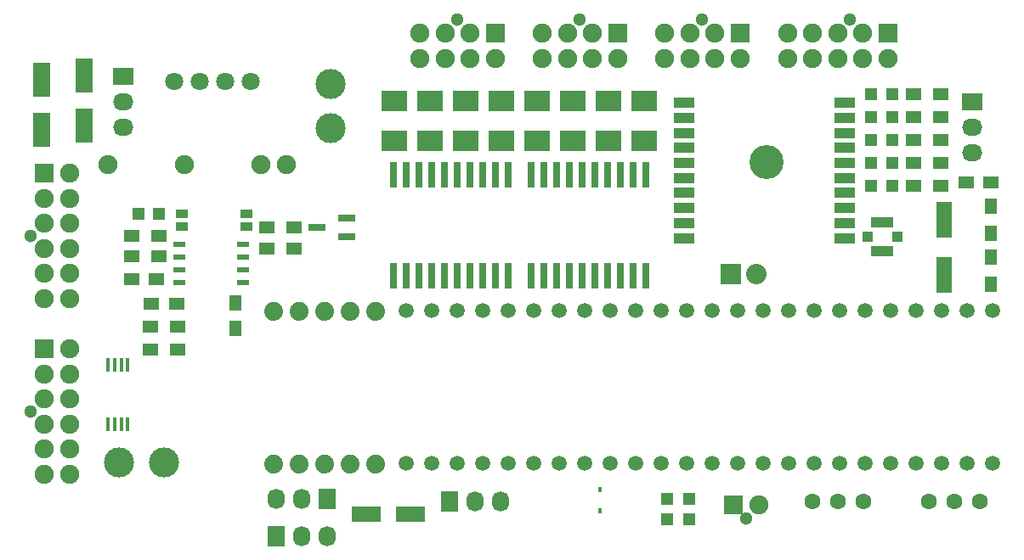
<source format=gts>
G04 #@! TF.FileFunction,Soldermask,Top*
%FSLAX46Y46*%
G04 Gerber Fmt 4.6, Leading zero omitted, Abs format (unit mm)*
G04 Created by KiCad (PCBNEW 4.0.6) date 06/03/17 00:39:33*
%MOMM*%
%LPD*%
G01*
G04 APERTURE LIST*
%ADD10C,0.100000*%
%ADD11C,1.800000*%
%ADD12R,1.500000X1.300000*%
%ADD13C,3.401060*%
%ADD14R,1.998980X1.000760*%
%ADD15O,2.032000X2.032000*%
%ADD16R,2.032000X2.032000*%
%ADD17C,1.500000*%
%ADD18R,1.198880X1.198880*%
%ADD19C,1.600000*%
%ADD20R,2.999740X1.600200*%
%ADD21R,1.600200X3.599180*%
%ADD22R,1.500000X1.250000*%
%ADD23R,1.250000X1.500000*%
%ADD24R,0.450000X0.590000*%
%ADD25R,2.500000X2.000000*%
%ADD26O,1.727200X2.032000*%
%ADD27R,1.727200X2.032000*%
%ADD28O,2.032000X1.727200*%
%ADD29R,2.032000X1.727200*%
%ADD30R,1.800860X0.800100*%
%ADD31R,1.300000X1.500000*%
%ADD32R,0.650000X2.500000*%
%ADD33C,1.879600*%
%ADD34R,1.051560X1.000760*%
%ADD35R,1.000760X1.000760*%
%ADD36R,2.199640X1.099820*%
%ADD37R,1.143000X0.508000*%
%ADD38R,1.200000X0.900000*%
%ADD39C,1.900000*%
%ADD40R,0.450000X1.450000*%
%ADD41R,1.800860X3.500120*%
%ADD42C,2.999740*%
%ADD43R,1.900000X1.900000*%
%ADD44C,1.300000*%
G04 APERTURE END LIST*
D10*
D11*
X55689500Y-81280000D03*
X58229500Y-81280000D03*
X60769500Y-81280000D03*
X63309500Y-81280000D03*
D12*
X55976500Y-105727500D03*
X53276500Y-105727500D03*
D13*
X114627660Y-89357200D03*
D14*
X122428000Y-84907120D03*
X122428000Y-86408260D03*
X122428000Y-87906860D03*
X122428000Y-89408000D03*
X122428000Y-90906600D03*
X122428000Y-92407740D03*
X122428000Y-93906340D03*
X122428000Y-95407480D03*
X122428000Y-96906080D03*
X122428000Y-83408520D03*
X106426000Y-96906080D03*
X106426000Y-95407480D03*
X106426000Y-93906340D03*
X106426000Y-92407740D03*
X106426000Y-90906600D03*
X106426000Y-89408000D03*
X106426000Y-87906860D03*
X106426000Y-86408260D03*
X106426000Y-84907120D03*
X106426000Y-83408520D03*
D15*
X113665000Y-100457000D03*
D16*
X111125000Y-100457000D03*
D17*
X78740000Y-104140000D03*
X78740000Y-119380000D03*
X81280000Y-104140000D03*
X81280000Y-119380000D03*
X83820000Y-104140000D03*
X83820000Y-119380000D03*
X86360000Y-104140000D03*
X86360000Y-119380000D03*
X88900000Y-104140000D03*
X88900000Y-119380000D03*
X91440000Y-104140000D03*
X91440000Y-119380000D03*
X93980000Y-104140000D03*
X93980000Y-119380000D03*
X96520000Y-104140000D03*
X96520000Y-119380000D03*
X99060000Y-104140000D03*
X99060000Y-119380000D03*
X101600000Y-104140000D03*
X101600000Y-119380000D03*
X104140000Y-104140000D03*
X104140000Y-119380000D03*
X106680000Y-104140000D03*
X106680000Y-119380000D03*
X109220000Y-104140000D03*
X109220000Y-119380000D03*
X111760000Y-104140000D03*
X111760000Y-119380000D03*
X114300000Y-104140000D03*
X114300000Y-119380000D03*
X116840000Y-104140000D03*
X116840000Y-119380000D03*
X119380000Y-104140000D03*
X119380000Y-119380000D03*
X121920000Y-104140000D03*
X121920000Y-119380000D03*
X124460000Y-104140000D03*
X124460000Y-119380000D03*
X127000000Y-104140000D03*
X127000000Y-119380000D03*
X129540000Y-104140000D03*
X129540000Y-119380000D03*
X132080000Y-104140000D03*
X132080000Y-119380000D03*
X134620000Y-104140000D03*
X134620000Y-119380000D03*
X137160000Y-104140000D03*
X137160000Y-119380000D03*
D18*
X125061980Y-91694000D03*
X127160020Y-91694000D03*
D19*
X130810000Y-123190000D03*
X133350000Y-123190000D03*
X135890000Y-123190000D03*
D20*
X79161640Y-124460000D03*
X74762360Y-124460000D03*
D21*
X132334000Y-100540820D03*
X132334000Y-95039180D03*
D22*
X134533000Y-91313000D03*
X137033000Y-91313000D03*
D23*
X61722000Y-105918000D03*
X61722000Y-103418000D03*
D22*
X55860000Y-103441500D03*
X53360000Y-103441500D03*
X51391500Y-100965000D03*
X53891500Y-100965000D03*
D24*
X98044000Y-124118000D03*
X98044000Y-122008000D03*
D18*
X106934000Y-125001020D03*
X106934000Y-122902980D03*
X104775000Y-125001020D03*
X104775000Y-122902980D03*
X125061980Y-84836000D03*
X127160020Y-84836000D03*
X125061980Y-82550000D03*
X127160020Y-82550000D03*
X125061980Y-87122000D03*
X127160020Y-87122000D03*
X125061980Y-89408000D03*
X127160020Y-89408000D03*
X54165500Y-94488000D03*
X52067460Y-94488000D03*
D25*
X77597000Y-87217000D03*
X77597000Y-83217000D03*
X81153000Y-87217000D03*
X81153000Y-83217000D03*
X84709000Y-87217000D03*
X84709000Y-83217000D03*
X88265000Y-87217000D03*
X88265000Y-83217000D03*
X91821000Y-87217000D03*
X91821000Y-83217000D03*
X95377000Y-87217000D03*
X95377000Y-83217000D03*
X98933000Y-87217000D03*
X98933000Y-83217000D03*
X102489000Y-87217000D03*
X102489000Y-83217000D03*
D26*
X70866000Y-126682500D03*
X68326000Y-126682500D03*
D27*
X65786000Y-126682500D03*
D26*
X65786000Y-122936000D03*
X68326000Y-122936000D03*
D27*
X70866000Y-122936000D03*
D26*
X88138000Y-123190000D03*
X85598000Y-123190000D03*
D27*
X83058000Y-123190000D03*
D28*
X135128000Y-88392000D03*
X135128000Y-85852000D03*
D29*
X135128000Y-83312000D03*
D28*
X50546000Y-85852000D03*
X50546000Y-83312000D03*
D29*
X50546000Y-80772000D03*
D30*
X69850000Y-95821500D03*
X72852280Y-94871500D03*
X72852280Y-96771500D03*
D31*
X137033000Y-96426000D03*
X137033000Y-93726000D03*
X137033000Y-101506000D03*
X137033000Y-98806000D03*
D12*
X129333000Y-84836000D03*
X132033000Y-84836000D03*
X129333000Y-82550000D03*
X132033000Y-82550000D03*
X129333000Y-87122000D03*
X132033000Y-87122000D03*
X129333000Y-91694000D03*
X132033000Y-91694000D03*
X129333000Y-89408000D03*
X132033000Y-89408000D03*
X64880500Y-97980500D03*
X67580500Y-97980500D03*
X64880500Y-95821500D03*
X67580500Y-95821500D03*
X54118500Y-98742500D03*
X51418500Y-98742500D03*
X55976500Y-108013500D03*
X53276500Y-108013500D03*
X54118500Y-96647000D03*
X51418500Y-96647000D03*
D32*
X88900000Y-90631000D03*
X87630000Y-90631000D03*
X86360000Y-90631000D03*
X85090000Y-90631000D03*
X83820000Y-90631000D03*
X82550000Y-90631000D03*
X81280000Y-90631000D03*
X80010000Y-90631000D03*
X78740000Y-90631000D03*
X77470000Y-90631000D03*
X88900000Y-100631000D03*
X87630000Y-100631000D03*
X86360000Y-100631000D03*
X85090000Y-100631000D03*
X83820000Y-100631000D03*
X82550000Y-100631000D03*
X81280000Y-100631000D03*
X80010000Y-100631000D03*
X78740000Y-100631000D03*
X77470000Y-100631000D03*
X102610424Y-90631000D03*
X101340424Y-90631000D03*
X100070424Y-90631000D03*
X98800424Y-90631000D03*
X97530424Y-90631000D03*
X96260424Y-90631000D03*
X94990424Y-90631000D03*
X93720424Y-90631000D03*
X92450424Y-90631000D03*
X91180424Y-90631000D03*
X102610424Y-100631000D03*
X101340424Y-100631000D03*
X100070424Y-100631000D03*
X98800424Y-100631000D03*
X97530424Y-100631000D03*
X96260424Y-100631000D03*
X94990424Y-100631000D03*
X93720424Y-100631000D03*
X92450424Y-100631000D03*
X91180424Y-100631000D03*
D33*
X65551642Y-104203230D03*
X68091642Y-104203230D03*
X70631642Y-104203230D03*
X73171642Y-104203230D03*
X75711642Y-104203230D03*
X65551642Y-119443230D03*
X68091642Y-119443230D03*
X70631642Y-119443230D03*
X73171642Y-119443230D03*
X75711642Y-119443230D03*
D34*
X124714000Y-96774000D03*
D35*
X127716280Y-96774000D03*
D36*
X126215140Y-98224340D03*
X126215140Y-95323660D03*
D37*
X62547500Y-101346000D03*
X62547500Y-100076000D03*
X62547500Y-98806000D03*
X62547500Y-97536000D03*
X56197500Y-97536000D03*
X56197500Y-98806000D03*
X56197500Y-100076000D03*
X56197500Y-101346000D03*
D38*
X56426500Y-94523000D03*
X56426500Y-95793000D03*
X62826500Y-95793000D03*
X62826500Y-94523000D03*
D39*
X56705500Y-89598500D03*
X49085500Y-89598500D03*
X64325500Y-89598500D03*
X66865500Y-89598500D03*
D40*
X51013000Y-115472000D03*
X50363000Y-115472000D03*
X49713000Y-115472000D03*
X49063000Y-115472000D03*
X49063000Y-109572000D03*
X49713000Y-109572000D03*
X50363000Y-109572000D03*
X51013000Y-109572000D03*
D41*
X46672500Y-85643720D03*
X46672500Y-80645000D03*
X42418000Y-81066640D03*
X42418000Y-86065360D03*
D42*
X71218285Y-85962823D03*
X71218285Y-81517823D03*
X54610000Y-119253000D03*
X50165000Y-119253000D03*
D19*
X119253000Y-123190000D03*
X121793000Y-123190000D03*
X124333000Y-123190000D03*
D43*
X87630000Y-76454000D03*
D39*
X85130000Y-76454000D03*
X82630000Y-76454000D03*
X80130000Y-76454000D03*
X87630000Y-78954000D03*
X85130000Y-78954000D03*
X82630000Y-78954000D03*
X80130000Y-78954000D03*
D44*
X83880000Y-75114000D03*
D43*
X99822000Y-76454000D03*
D39*
X97322000Y-76454000D03*
X94822000Y-76454000D03*
X92322000Y-76454000D03*
X99822000Y-78954000D03*
X97322000Y-78954000D03*
X94822000Y-78954000D03*
X92322000Y-78954000D03*
D44*
X96072000Y-75114000D03*
D43*
X112014000Y-76454000D03*
D39*
X109514000Y-76454000D03*
X107014000Y-76454000D03*
X104514000Y-76454000D03*
X112014000Y-78954000D03*
X109514000Y-78954000D03*
X107014000Y-78954000D03*
X104514000Y-78954000D03*
D44*
X108264000Y-75114000D03*
D43*
X126746000Y-76454000D03*
D39*
X124246000Y-76454000D03*
X121746000Y-76454000D03*
X119246000Y-76454000D03*
X116746000Y-76454000D03*
X126746000Y-78954000D03*
X124246000Y-78954000D03*
X121746000Y-78954000D03*
X119246000Y-78954000D03*
X116746000Y-78954000D03*
D44*
X122996000Y-75114000D03*
D43*
X111399000Y-123501000D03*
D39*
X113899000Y-123501000D03*
D44*
X112649000Y-124841000D03*
D43*
X42712000Y-107950000D03*
D39*
X42712000Y-110450000D03*
X42712000Y-112950000D03*
X42712000Y-115450000D03*
X42712000Y-117950000D03*
X42712000Y-120450000D03*
X45212000Y-107950000D03*
X45212000Y-110450000D03*
X45212000Y-112950000D03*
X45212000Y-115450000D03*
X45212000Y-117950000D03*
X45212000Y-120450000D03*
D44*
X41372000Y-114200000D03*
D43*
X42712000Y-90424000D03*
D39*
X42712000Y-92924000D03*
X42712000Y-95424000D03*
X42712000Y-97924000D03*
X42712000Y-100424000D03*
X42712000Y-102924000D03*
X45212000Y-90424000D03*
X45212000Y-92924000D03*
X45212000Y-95424000D03*
X45212000Y-97924000D03*
X45212000Y-100424000D03*
X45212000Y-102924000D03*
D44*
X41372000Y-96674000D03*
M02*

</source>
